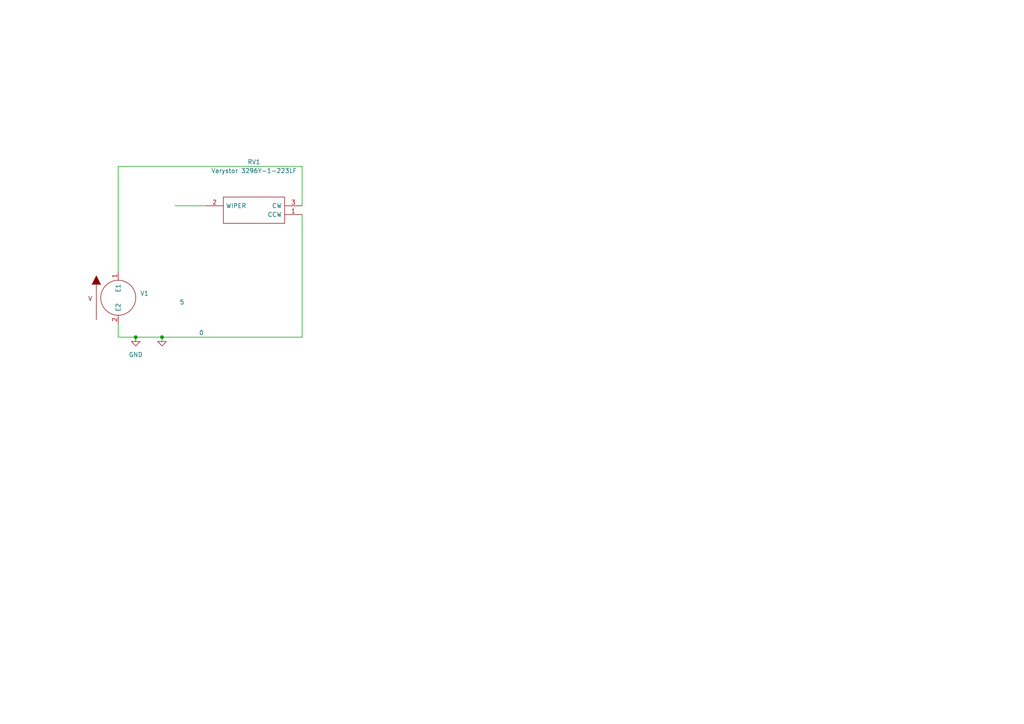
<source format=kicad_sch>
(kicad_sch (version 20211123) (generator eeschema)
  (paper "A4")
  (lib_symbols
    (symbol "EPSA_lib:Varystor 3296Y-1-223LF" (pin_names (offset 0.762))
      (property "Reference" "RV" (at 34.29 7.62 0))
      (property "Value" "Varystor 3296Y-1-223LF" (at 34.29 5.08 0))
      (property "Spice_Model" "VARYSTOR Rtot=1k Part=0.5" (at 34.29 10.16 0))
      (property "Spice_Lib_File" "${EPSA}\\SpiceModel\\VARYSTOR.lib" (at 34.29 12.7 0))
      (symbol "Varystor 3296Y-1-223LF_0_0"
        (pin passive line (at 27.94 -2.54 180) (length 5.08) (name "CCW") (number "1"))
        (pin passive line (at 0 0 0) (length 5.08) (name "WIPER") (number "2"))
        (pin passive line (at 27.94 0 180) (length 5.08) (name "CW") (number "3"))
      )
      (symbol "Varystor 3296Y-1-223LF_0_1"
        (polyline (pts (xy 5.08 2.54) (xy 22.86 2.54) (xy 22.86 -5.08) (xy 5.08 -5.08) (xy 5.08 2.54)) (stroke (width 0.1524)))
      )
    )
    (symbol "power:GND" (power) (pin_names (offset 0))
      (property "Value" "GND" (at 0 -3.81 0))
      (symbol "GND_0_1"
        (polyline (pts (xy 0 0) (xy 0 -1.27) (xy 1.27 -1.27) (xy 0 -2.54) (xy -1.27 -1.27) (xy 0 -1.27)))
      )
      (symbol "GND_1_1"
        (pin power_in line (at 0 0 270) (length 0) hide (name "GND") (number "1"))
      )
    )
    (symbol "pspice:0" (power) (pin_names (offset 0))
      (property "Value" "0" (at 0 -1.778 0))
      (symbol "0_0_1"
        (polyline (pts (xy -1.27 0) (xy 0 -1.27) (xy 1.27 0) (xy -1.27 0)))
      )
      (symbol "0_1_1"
        (pin power_in line (at 0 0 0) (length 0) hide (name "0") (number "1"))
      )
    )
    (symbol "pspice:VSOURCE" (pin_names (offset 1.016))
      (property "Reference" "V" (at -6.35 7.62 0))
      (property "Value" "VSOURCE" (at 0 0 0))
      (symbol "VSOURCE_0_1"
        (polyline (pts (xy -6.35 -6.35) (xy -6.35 3.81)) (fill (type outline)))
        (polyline (pts (xy -7.62 3.81) (xy -6.35 6.35) (xy -5.08 3.81)) (fill (type outline)))
        (circle (center 0 0) (radius 5.08))
        (text "V" (at -8.128 -0.254 0) (effects (font (size 1.27 1.27))))
      )
      (symbol "VSOURCE_1_1"
        (pin input line (at 0 7.62 270) (length 2.54) (name "E1") (number "1"))
        (pin input line (at 0 -7.62 90) (length 2.54) (name "E2") (number "2"))
      )
    )
  )
  (junction (at 46.99 97.79))
  (junction (at 39.37 97.79))
  (wire (pts (xy 34.29 93.98) (xy 34.29 97.79)))
  (wire (pts (xy 87.63 48.26) (xy 87.63 59.69)))
  (wire (pts (xy 46.99 97.79) (xy 46.99 99.06)))
  (wire (pts (xy 34.29 97.79) (xy 39.37 97.79)))
  (wire (pts (xy 34.29 48.26) (xy 34.29 78.74)))
  (wire (pts (xy 59.69 59.69) (xy 50.8 59.69)))
  (wire (pts (xy 34.29 48.26) (xy 87.63 48.26)))
  (wire (pts (xy 87.63 62.23) (xy 87.63 97.79)))
  (wire (pts (xy 39.37 97.79) (xy 46.99 97.79)))
  (wire (pts (xy 46.99 97.79) (xy 87.63 97.79)))
  (symbol (lib_id "EPSA_lib:Varystor 3296Y-1-223LF") (at 59.69 59.69 0) (unit 1)
    (property "Reference" "RV1" (at 73.66 46.99 0))
    (property "Value" "Varystor 3296Y-1-223LF" (at 73.66 49.53 0))
    (property "Footprint" "3296Y1223LF" (effects hide))
    (property "Datasheet" "https://www.bourns.com/docs/Product-Datasheets/3296.pdf" (effects hide))
    (property "Description" "Bourns 3296Y Series 25-Turn Through Hole Cermet Trimmer Resistor with Solder Pin Terminations, 22k +/-10% 0.5W +/-100ppm/C" (effects hide))
    (property "Height" "11.8" (effects hide))
    (property "Manufacturer_Name" "Bourns" (effects hide))
    (property "Manufacturer_Part_Number" "3296Y-1-223LF" (effects hide))
    (property "Mouser Part Number" "652-3296Y-1-223LF" (effects hide))
    (property "Mouser Price/Stock" "https://www.mouser.co.uk/ProductDetail/Bourns/3296Y-1-223LF?qs=RUdTbCszRyG%2Fz0rQkQfbLg%3D%3D" (effects hide))
    (property "Arrow Part Number" "3296Y-1-223LF" (effects hide))
    (property "Arrow Price/Stock" "https://www.arrow.com/en/products/3296y-1-223lf/bourns" (effects hide))
    (property "Spice_Primitive" "X" (effects hide))
    (property "Spice_Model" "VARYSTOR Rtot=1k Part=0.5" (at 73.66 52.07 0))
    (property "Spice_Netlist_Enabled" "Y" (effects hide))
    (property "Spice_Lib_File" "${EPSA}\\SpiceModel\\VARYSTOR.lib" (at 73.66 54.61 0))
  )
  (symbol (lib_id "pspice:0") (at 46.99 99.06 0) (unit 1)
    (property "Reference" "#GND01" (effects hide))
    (property "Value" "0" (at 58.42 96.52 0))
  )
  (symbol (lib_id "pspice:VSOURCE") (at 34.29 86.36 0) (unit 1)
    (property "Reference" "V1" (at 40.64 85.0899 0) (effects (justify left)))
    (property "Value" "VSOURCE" (at 52.07 87.6299 0) (effects (justify left)))
    (property "Spice_Primitive" "V" (effects hide))
    (property "Spice_Model" "dc 5" (effects hide))
    (property "Spice_Netlist_Enabled" "Y" (effects hide))
  )
  (symbol (lib_id "power:GND") (at 39.37 97.79 0) (unit 1)
    (property "Reference" "#PWR01" (effects hide))
    (property "Value" "GND" (at 39.37 102.87 0))
  )
)
</source>
